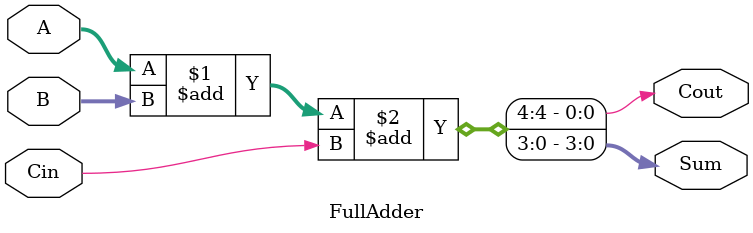
<source format=v>
`timescale 1ns / 1ps
module FullAdder(
    input [3:0] A,
    input [3:0] B,
    input Cin,
    output Cout,
    output [3:0] Sum
    );
assign {Cout,Sum}=A+B+Cin;

endmodule

</source>
